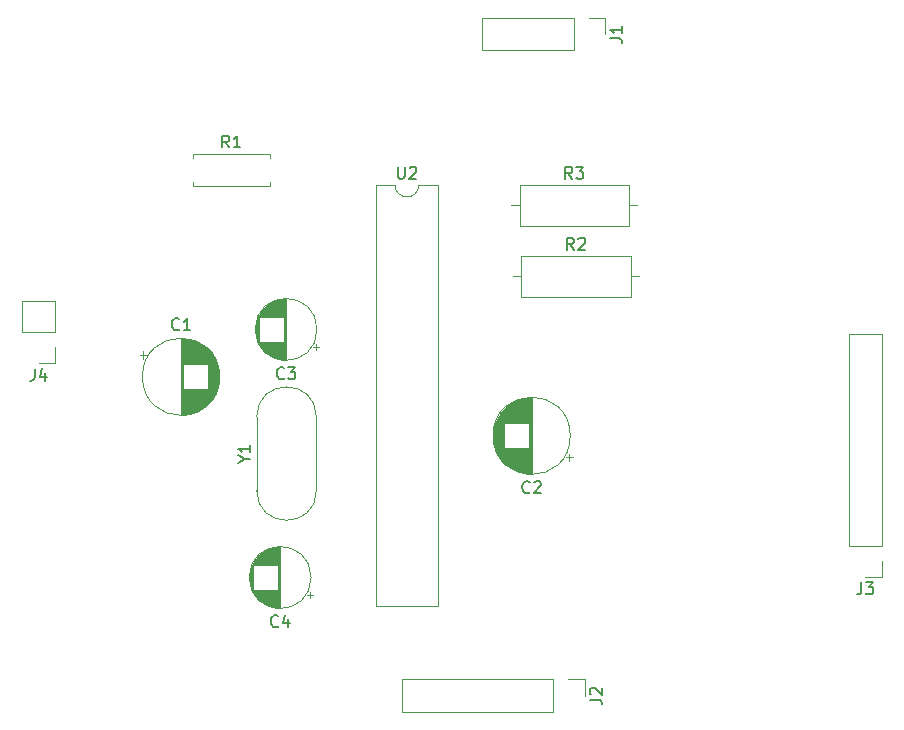
<source format=gbr>
%TF.GenerationSoftware,KiCad,Pcbnew,9.0.1*%
%TF.CreationDate,2025-06-18T06:06:38+01:00*%
%TF.ProjectId,cube_pcb,63756265-5f70-4636-922e-6b696361645f,rev?*%
%TF.SameCoordinates,Original*%
%TF.FileFunction,Legend,Top*%
%TF.FilePolarity,Positive*%
%FSLAX46Y46*%
G04 Gerber Fmt 4.6, Leading zero omitted, Abs format (unit mm)*
G04 Created by KiCad (PCBNEW 9.0.1) date 2025-06-18 06:06:38*
%MOMM*%
%LPD*%
G01*
G04 APERTURE LIST*
%ADD10C,0.150000*%
%ADD11C,0.120000*%
G04 APERTURE END LIST*
D10*
X123400954Y-86459580D02*
X123353335Y-86507200D01*
X123353335Y-86507200D02*
X123210478Y-86554819D01*
X123210478Y-86554819D02*
X123115240Y-86554819D01*
X123115240Y-86554819D02*
X122972383Y-86507200D01*
X122972383Y-86507200D02*
X122877145Y-86411961D01*
X122877145Y-86411961D02*
X122829526Y-86316723D01*
X122829526Y-86316723D02*
X122781907Y-86126247D01*
X122781907Y-86126247D02*
X122781907Y-85983390D01*
X122781907Y-85983390D02*
X122829526Y-85792914D01*
X122829526Y-85792914D02*
X122877145Y-85697676D01*
X122877145Y-85697676D02*
X122972383Y-85602438D01*
X122972383Y-85602438D02*
X123115240Y-85554819D01*
X123115240Y-85554819D02*
X123210478Y-85554819D01*
X123210478Y-85554819D02*
X123353335Y-85602438D01*
X123353335Y-85602438D02*
X123400954Y-85650057D01*
X124353335Y-86554819D02*
X123781907Y-86554819D01*
X124067621Y-86554819D02*
X124067621Y-85554819D01*
X124067621Y-85554819D02*
X123972383Y-85697676D01*
X123972383Y-85697676D02*
X123877145Y-85792914D01*
X123877145Y-85792914D02*
X123781907Y-85840533D01*
X132288446Y-90609580D02*
X132240827Y-90657200D01*
X132240827Y-90657200D02*
X132097970Y-90704819D01*
X132097970Y-90704819D02*
X132002732Y-90704819D01*
X132002732Y-90704819D02*
X131859875Y-90657200D01*
X131859875Y-90657200D02*
X131764637Y-90561961D01*
X131764637Y-90561961D02*
X131717018Y-90466723D01*
X131717018Y-90466723D02*
X131669399Y-90276247D01*
X131669399Y-90276247D02*
X131669399Y-90133390D01*
X131669399Y-90133390D02*
X131717018Y-89942914D01*
X131717018Y-89942914D02*
X131764637Y-89847676D01*
X131764637Y-89847676D02*
X131859875Y-89752438D01*
X131859875Y-89752438D02*
X132002732Y-89704819D01*
X132002732Y-89704819D02*
X132097970Y-89704819D01*
X132097970Y-89704819D02*
X132240827Y-89752438D01*
X132240827Y-89752438D02*
X132288446Y-89800057D01*
X132621780Y-89704819D02*
X133240827Y-89704819D01*
X133240827Y-89704819D02*
X132907494Y-90085771D01*
X132907494Y-90085771D02*
X133050351Y-90085771D01*
X133050351Y-90085771D02*
X133145589Y-90133390D01*
X133145589Y-90133390D02*
X133193208Y-90181009D01*
X133193208Y-90181009D02*
X133240827Y-90276247D01*
X133240827Y-90276247D02*
X133240827Y-90514342D01*
X133240827Y-90514342D02*
X133193208Y-90609580D01*
X133193208Y-90609580D02*
X133145589Y-90657200D01*
X133145589Y-90657200D02*
X133050351Y-90704819D01*
X133050351Y-90704819D02*
X132764637Y-90704819D01*
X132764637Y-90704819D02*
X132669399Y-90657200D01*
X132669399Y-90657200D02*
X132621780Y-90609580D01*
X128953628Y-97486190D02*
X129429819Y-97486190D01*
X128429819Y-97819523D02*
X128953628Y-97486190D01*
X128953628Y-97486190D02*
X128429819Y-97152857D01*
X129429819Y-96295714D02*
X129429819Y-96867142D01*
X129429819Y-96581428D02*
X128429819Y-96581428D01*
X128429819Y-96581428D02*
X128572676Y-96676666D01*
X128572676Y-96676666D02*
X128667914Y-96771904D01*
X128667914Y-96771904D02*
X128715533Y-96867142D01*
X141928095Y-72724819D02*
X141928095Y-73534342D01*
X141928095Y-73534342D02*
X141975714Y-73629580D01*
X141975714Y-73629580D02*
X142023333Y-73677200D01*
X142023333Y-73677200D02*
X142118571Y-73724819D01*
X142118571Y-73724819D02*
X142309047Y-73724819D01*
X142309047Y-73724819D02*
X142404285Y-73677200D01*
X142404285Y-73677200D02*
X142451904Y-73629580D01*
X142451904Y-73629580D02*
X142499523Y-73534342D01*
X142499523Y-73534342D02*
X142499523Y-72724819D01*
X142928095Y-72820057D02*
X142975714Y-72772438D01*
X142975714Y-72772438D02*
X143070952Y-72724819D01*
X143070952Y-72724819D02*
X143309047Y-72724819D01*
X143309047Y-72724819D02*
X143404285Y-72772438D01*
X143404285Y-72772438D02*
X143451904Y-72820057D01*
X143451904Y-72820057D02*
X143499523Y-72915295D01*
X143499523Y-72915295D02*
X143499523Y-73010533D01*
X143499523Y-73010533D02*
X143451904Y-73153390D01*
X143451904Y-73153390D02*
X142880476Y-73724819D01*
X142880476Y-73724819D02*
X143499523Y-73724819D01*
X156683333Y-73734819D02*
X156350000Y-73258628D01*
X156111905Y-73734819D02*
X156111905Y-72734819D01*
X156111905Y-72734819D02*
X156492857Y-72734819D01*
X156492857Y-72734819D02*
X156588095Y-72782438D01*
X156588095Y-72782438D02*
X156635714Y-72830057D01*
X156635714Y-72830057D02*
X156683333Y-72925295D01*
X156683333Y-72925295D02*
X156683333Y-73068152D01*
X156683333Y-73068152D02*
X156635714Y-73163390D01*
X156635714Y-73163390D02*
X156588095Y-73211009D01*
X156588095Y-73211009D02*
X156492857Y-73258628D01*
X156492857Y-73258628D02*
X156111905Y-73258628D01*
X157016667Y-72734819D02*
X157635714Y-72734819D01*
X157635714Y-72734819D02*
X157302381Y-73115771D01*
X157302381Y-73115771D02*
X157445238Y-73115771D01*
X157445238Y-73115771D02*
X157540476Y-73163390D01*
X157540476Y-73163390D02*
X157588095Y-73211009D01*
X157588095Y-73211009D02*
X157635714Y-73306247D01*
X157635714Y-73306247D02*
X157635714Y-73544342D01*
X157635714Y-73544342D02*
X157588095Y-73639580D01*
X157588095Y-73639580D02*
X157540476Y-73687200D01*
X157540476Y-73687200D02*
X157445238Y-73734819D01*
X157445238Y-73734819D02*
X157159524Y-73734819D01*
X157159524Y-73734819D02*
X157064286Y-73687200D01*
X157064286Y-73687200D02*
X157016667Y-73639580D01*
X156833333Y-79734819D02*
X156500000Y-79258628D01*
X156261905Y-79734819D02*
X156261905Y-78734819D01*
X156261905Y-78734819D02*
X156642857Y-78734819D01*
X156642857Y-78734819D02*
X156738095Y-78782438D01*
X156738095Y-78782438D02*
X156785714Y-78830057D01*
X156785714Y-78830057D02*
X156833333Y-78925295D01*
X156833333Y-78925295D02*
X156833333Y-79068152D01*
X156833333Y-79068152D02*
X156785714Y-79163390D01*
X156785714Y-79163390D02*
X156738095Y-79211009D01*
X156738095Y-79211009D02*
X156642857Y-79258628D01*
X156642857Y-79258628D02*
X156261905Y-79258628D01*
X157214286Y-78830057D02*
X157261905Y-78782438D01*
X157261905Y-78782438D02*
X157357143Y-78734819D01*
X157357143Y-78734819D02*
X157595238Y-78734819D01*
X157595238Y-78734819D02*
X157690476Y-78782438D01*
X157690476Y-78782438D02*
X157738095Y-78830057D01*
X157738095Y-78830057D02*
X157785714Y-78925295D01*
X157785714Y-78925295D02*
X157785714Y-79020533D01*
X157785714Y-79020533D02*
X157738095Y-79163390D01*
X157738095Y-79163390D02*
X157166667Y-79734819D01*
X157166667Y-79734819D02*
X157785714Y-79734819D01*
X127643333Y-71084819D02*
X127310000Y-70608628D01*
X127071905Y-71084819D02*
X127071905Y-70084819D01*
X127071905Y-70084819D02*
X127452857Y-70084819D01*
X127452857Y-70084819D02*
X127548095Y-70132438D01*
X127548095Y-70132438D02*
X127595714Y-70180057D01*
X127595714Y-70180057D02*
X127643333Y-70275295D01*
X127643333Y-70275295D02*
X127643333Y-70418152D01*
X127643333Y-70418152D02*
X127595714Y-70513390D01*
X127595714Y-70513390D02*
X127548095Y-70561009D01*
X127548095Y-70561009D02*
X127452857Y-70608628D01*
X127452857Y-70608628D02*
X127071905Y-70608628D01*
X128595714Y-71084819D02*
X128024286Y-71084819D01*
X128310000Y-71084819D02*
X128310000Y-70084819D01*
X128310000Y-70084819D02*
X128214762Y-70227676D01*
X128214762Y-70227676D02*
X128119524Y-70322914D01*
X128119524Y-70322914D02*
X128024286Y-70370533D01*
X111166666Y-89834819D02*
X111166666Y-90549104D01*
X111166666Y-90549104D02*
X111119047Y-90691961D01*
X111119047Y-90691961D02*
X111023809Y-90787200D01*
X111023809Y-90787200D02*
X110880952Y-90834819D01*
X110880952Y-90834819D02*
X110785714Y-90834819D01*
X112071428Y-90168152D02*
X112071428Y-90834819D01*
X111833333Y-89787200D02*
X111595238Y-90501485D01*
X111595238Y-90501485D02*
X112214285Y-90501485D01*
X181166666Y-107914819D02*
X181166666Y-108629104D01*
X181166666Y-108629104D02*
X181119047Y-108771961D01*
X181119047Y-108771961D02*
X181023809Y-108867200D01*
X181023809Y-108867200D02*
X180880952Y-108914819D01*
X180880952Y-108914819D02*
X180785714Y-108914819D01*
X181547619Y-107914819D02*
X182166666Y-107914819D01*
X182166666Y-107914819D02*
X181833333Y-108295771D01*
X181833333Y-108295771D02*
X181976190Y-108295771D01*
X181976190Y-108295771D02*
X182071428Y-108343390D01*
X182071428Y-108343390D02*
X182119047Y-108391009D01*
X182119047Y-108391009D02*
X182166666Y-108486247D01*
X182166666Y-108486247D02*
X182166666Y-108724342D01*
X182166666Y-108724342D02*
X182119047Y-108819580D01*
X182119047Y-108819580D02*
X182071428Y-108867200D01*
X182071428Y-108867200D02*
X181976190Y-108914819D01*
X181976190Y-108914819D02*
X181690476Y-108914819D01*
X181690476Y-108914819D02*
X181595238Y-108867200D01*
X181595238Y-108867200D02*
X181547619Y-108819580D01*
X158184819Y-117833333D02*
X158899104Y-117833333D01*
X158899104Y-117833333D02*
X159041961Y-117880952D01*
X159041961Y-117880952D02*
X159137200Y-117976190D01*
X159137200Y-117976190D02*
X159184819Y-118119047D01*
X159184819Y-118119047D02*
X159184819Y-118214285D01*
X158280057Y-117404761D02*
X158232438Y-117357142D01*
X158232438Y-117357142D02*
X158184819Y-117261904D01*
X158184819Y-117261904D02*
X158184819Y-117023809D01*
X158184819Y-117023809D02*
X158232438Y-116928571D01*
X158232438Y-116928571D02*
X158280057Y-116880952D01*
X158280057Y-116880952D02*
X158375295Y-116833333D01*
X158375295Y-116833333D02*
X158470533Y-116833333D01*
X158470533Y-116833333D02*
X158613390Y-116880952D01*
X158613390Y-116880952D02*
X159184819Y-117452380D01*
X159184819Y-117452380D02*
X159184819Y-116833333D01*
X159914819Y-61833333D02*
X160629104Y-61833333D01*
X160629104Y-61833333D02*
X160771961Y-61880952D01*
X160771961Y-61880952D02*
X160867200Y-61976190D01*
X160867200Y-61976190D02*
X160914819Y-62119047D01*
X160914819Y-62119047D02*
X160914819Y-62214285D01*
X160914819Y-60833333D02*
X160914819Y-61404761D01*
X160914819Y-61119047D02*
X159914819Y-61119047D01*
X159914819Y-61119047D02*
X160057676Y-61214285D01*
X160057676Y-61214285D02*
X160152914Y-61309523D01*
X160152914Y-61309523D02*
X160200533Y-61404761D01*
X131788446Y-111609580D02*
X131740827Y-111657200D01*
X131740827Y-111657200D02*
X131597970Y-111704819D01*
X131597970Y-111704819D02*
X131502732Y-111704819D01*
X131502732Y-111704819D02*
X131359875Y-111657200D01*
X131359875Y-111657200D02*
X131264637Y-111561961D01*
X131264637Y-111561961D02*
X131217018Y-111466723D01*
X131217018Y-111466723D02*
X131169399Y-111276247D01*
X131169399Y-111276247D02*
X131169399Y-111133390D01*
X131169399Y-111133390D02*
X131217018Y-110942914D01*
X131217018Y-110942914D02*
X131264637Y-110847676D01*
X131264637Y-110847676D02*
X131359875Y-110752438D01*
X131359875Y-110752438D02*
X131502732Y-110704819D01*
X131502732Y-110704819D02*
X131597970Y-110704819D01*
X131597970Y-110704819D02*
X131740827Y-110752438D01*
X131740827Y-110752438D02*
X131788446Y-110800057D01*
X132645589Y-111038152D02*
X132645589Y-111704819D01*
X132407494Y-110657200D02*
X132169399Y-111371485D01*
X132169399Y-111371485D02*
X132788446Y-111371485D01*
X153083333Y-100259580D02*
X153035714Y-100307200D01*
X153035714Y-100307200D02*
X152892857Y-100354819D01*
X152892857Y-100354819D02*
X152797619Y-100354819D01*
X152797619Y-100354819D02*
X152654762Y-100307200D01*
X152654762Y-100307200D02*
X152559524Y-100211961D01*
X152559524Y-100211961D02*
X152511905Y-100116723D01*
X152511905Y-100116723D02*
X152464286Y-99926247D01*
X152464286Y-99926247D02*
X152464286Y-99783390D01*
X152464286Y-99783390D02*
X152511905Y-99592914D01*
X152511905Y-99592914D02*
X152559524Y-99497676D01*
X152559524Y-99497676D02*
X152654762Y-99402438D01*
X152654762Y-99402438D02*
X152797619Y-99354819D01*
X152797619Y-99354819D02*
X152892857Y-99354819D01*
X152892857Y-99354819D02*
X153035714Y-99402438D01*
X153035714Y-99402438D02*
X153083333Y-99450057D01*
X153464286Y-99450057D02*
X153511905Y-99402438D01*
X153511905Y-99402438D02*
X153607143Y-99354819D01*
X153607143Y-99354819D02*
X153845238Y-99354819D01*
X153845238Y-99354819D02*
X153940476Y-99402438D01*
X153940476Y-99402438D02*
X153988095Y-99450057D01*
X153988095Y-99450057D02*
X154035714Y-99545295D01*
X154035714Y-99545295D02*
X154035714Y-99640533D01*
X154035714Y-99640533D02*
X153988095Y-99783390D01*
X153988095Y-99783390D02*
X153416667Y-100354819D01*
X153416667Y-100354819D02*
X154035714Y-100354819D01*
D11*
%TO.C,C1*%
X126837621Y-90500000D02*
G75*
G02*
X120297621Y-90500000I-3270000J0D01*
G01*
X120297621Y-90500000D02*
G75*
G02*
X126837621Y-90500000I3270000J0D01*
G01*
X126807621Y-90098000D02*
X126807621Y-90902000D01*
X126767621Y-89867000D02*
X126767621Y-91133000D01*
X126727621Y-89699000D02*
X126727621Y-91301000D01*
X126687621Y-89561000D02*
X126687621Y-91439000D01*
X126647621Y-89442000D02*
X126647621Y-91558000D01*
X126607621Y-89335000D02*
X126607621Y-91665000D01*
X126567621Y-89239000D02*
X126567621Y-91761000D01*
X126527621Y-89150000D02*
X126527621Y-91850000D01*
X126487621Y-89068000D02*
X126487621Y-91932000D01*
X126447621Y-88991000D02*
X126447621Y-92009000D01*
X126407621Y-88919000D02*
X126407621Y-92081000D01*
X126367621Y-88851000D02*
X126367621Y-92149000D01*
X126327621Y-88786000D02*
X126327621Y-92214000D01*
X126287621Y-88725000D02*
X126287621Y-92275000D01*
X126247621Y-88666000D02*
X126247621Y-92334000D01*
X126207621Y-88610000D02*
X126207621Y-92390000D01*
X126167621Y-88557000D02*
X126167621Y-92443000D01*
X126127621Y-88505000D02*
X126127621Y-92495000D01*
X126087621Y-88456000D02*
X126087621Y-92544000D01*
X126047621Y-88409000D02*
X126047621Y-92591000D01*
X126007621Y-88363000D02*
X126007621Y-92637000D01*
X125967621Y-88319000D02*
X125967621Y-92681000D01*
X125927621Y-88277000D02*
X125927621Y-92723000D01*
X125887621Y-88236000D02*
X125887621Y-92764000D01*
X125847621Y-91540000D02*
X125847621Y-92804000D01*
X125847621Y-88196000D02*
X125847621Y-89460000D01*
X125807621Y-91540000D02*
X125807621Y-92842000D01*
X125807621Y-88158000D02*
X125807621Y-89460000D01*
X125767621Y-91540000D02*
X125767621Y-92879000D01*
X125767621Y-88121000D02*
X125767621Y-89460000D01*
X125727621Y-91540000D02*
X125727621Y-92915000D01*
X125727621Y-88085000D02*
X125727621Y-89460000D01*
X125687621Y-91540000D02*
X125687621Y-92950000D01*
X125687621Y-88050000D02*
X125687621Y-89460000D01*
X125647621Y-91540000D02*
X125647621Y-92983000D01*
X125647621Y-88017000D02*
X125647621Y-89460000D01*
X125607621Y-91540000D02*
X125607621Y-93016000D01*
X125607621Y-87984000D02*
X125607621Y-89460000D01*
X125567621Y-91540000D02*
X125567621Y-93047000D01*
X125567621Y-87953000D02*
X125567621Y-89460000D01*
X125527621Y-91540000D02*
X125527621Y-93077000D01*
X125527621Y-87923000D02*
X125527621Y-89460000D01*
X125487621Y-91540000D02*
X125487621Y-93107000D01*
X125487621Y-87893000D02*
X125487621Y-89460000D01*
X125447621Y-91540000D02*
X125447621Y-93136000D01*
X125447621Y-87864000D02*
X125447621Y-89460000D01*
X125407621Y-91540000D02*
X125407621Y-93163000D01*
X125407621Y-87837000D02*
X125407621Y-89460000D01*
X125367621Y-91540000D02*
X125367621Y-93190000D01*
X125367621Y-87810000D02*
X125367621Y-89460000D01*
X125327621Y-91540000D02*
X125327621Y-93216000D01*
X125327621Y-87784000D02*
X125327621Y-89460000D01*
X125287621Y-91540000D02*
X125287621Y-93241000D01*
X125287621Y-87759000D02*
X125287621Y-89460000D01*
X125247621Y-91540000D02*
X125247621Y-93265000D01*
X125247621Y-87735000D02*
X125247621Y-89460000D01*
X125207621Y-91540000D02*
X125207621Y-93289000D01*
X125207621Y-87711000D02*
X125207621Y-89460000D01*
X125167621Y-91540000D02*
X125167621Y-93312000D01*
X125167621Y-87688000D02*
X125167621Y-89460000D01*
X125127621Y-91540000D02*
X125127621Y-93334000D01*
X125127621Y-87666000D02*
X125127621Y-89460000D01*
X125087621Y-91540000D02*
X125087621Y-93355000D01*
X125087621Y-87645000D02*
X125087621Y-89460000D01*
X125047621Y-91540000D02*
X125047621Y-93376000D01*
X125047621Y-87624000D02*
X125047621Y-89460000D01*
X125007621Y-91540000D02*
X125007621Y-93396000D01*
X125007621Y-87604000D02*
X125007621Y-89460000D01*
X124967621Y-91540000D02*
X124967621Y-93415000D01*
X124967621Y-87585000D02*
X124967621Y-89460000D01*
X124927621Y-91540000D02*
X124927621Y-93434000D01*
X124927621Y-87566000D02*
X124927621Y-89460000D01*
X124887621Y-91540000D02*
X124887621Y-93452000D01*
X124887621Y-87548000D02*
X124887621Y-89460000D01*
X124847621Y-91540000D02*
X124847621Y-93469000D01*
X124847621Y-87531000D02*
X124847621Y-89460000D01*
X124807621Y-91540000D02*
X124807621Y-93486000D01*
X124807621Y-87514000D02*
X124807621Y-89460000D01*
X124767621Y-91540000D02*
X124767621Y-93502000D01*
X124767621Y-87498000D02*
X124767621Y-89460000D01*
X124727621Y-91540000D02*
X124727621Y-93517000D01*
X124727621Y-87483000D02*
X124727621Y-89460000D01*
X124687621Y-91540000D02*
X124687621Y-93532000D01*
X124687621Y-87468000D02*
X124687621Y-89460000D01*
X124647621Y-91540000D02*
X124647621Y-93547000D01*
X124647621Y-87453000D02*
X124647621Y-89460000D01*
X124607621Y-91540000D02*
X124607621Y-93560000D01*
X124607621Y-87440000D02*
X124607621Y-89460000D01*
X124567621Y-91540000D02*
X124567621Y-93573000D01*
X124567621Y-87427000D02*
X124567621Y-89460000D01*
X124527621Y-91540000D02*
X124527621Y-93586000D01*
X124527621Y-87414000D02*
X124527621Y-89460000D01*
X124487621Y-91540000D02*
X124487621Y-93598000D01*
X124487621Y-87402000D02*
X124487621Y-89460000D01*
X124447621Y-91540000D02*
X124447621Y-93609000D01*
X124447621Y-87391000D02*
X124447621Y-89460000D01*
X124407621Y-91540000D02*
X124407621Y-93620000D01*
X124407621Y-87380000D02*
X124407621Y-89460000D01*
X124367621Y-91540000D02*
X124367621Y-93631000D01*
X124367621Y-87369000D02*
X124367621Y-89460000D01*
X124327621Y-91540000D02*
X124327621Y-93640000D01*
X124327621Y-87360000D02*
X124327621Y-89460000D01*
X124287621Y-91540000D02*
X124287621Y-93650000D01*
X124287621Y-87350000D02*
X124287621Y-89460000D01*
X124247621Y-91540000D02*
X124247621Y-93659000D01*
X124247621Y-87341000D02*
X124247621Y-89460000D01*
X124207621Y-91540000D02*
X124207621Y-93667000D01*
X124207621Y-87333000D02*
X124207621Y-89460000D01*
X124167621Y-91540000D02*
X124167621Y-93674000D01*
X124167621Y-87326000D02*
X124167621Y-89460000D01*
X124127621Y-91540000D02*
X124127621Y-93682000D01*
X124127621Y-87318000D02*
X124127621Y-89460000D01*
X124087621Y-91540000D02*
X124087621Y-93688000D01*
X124087621Y-87312000D02*
X124087621Y-89460000D01*
X124047621Y-91540000D02*
X124047621Y-93695000D01*
X124047621Y-87305000D02*
X124047621Y-89460000D01*
X124007621Y-91540000D02*
X124007621Y-93700000D01*
X124007621Y-87300000D02*
X124007621Y-89460000D01*
X123967621Y-91540000D02*
X123967621Y-93705000D01*
X123967621Y-87295000D02*
X123967621Y-89460000D01*
X123927621Y-91540000D02*
X123927621Y-93710000D01*
X123927621Y-87290000D02*
X123927621Y-89460000D01*
X123887621Y-91540000D02*
X123887621Y-93714000D01*
X123887621Y-87286000D02*
X123887621Y-89460000D01*
X123847621Y-91540000D02*
X123847621Y-93718000D01*
X123847621Y-87282000D02*
X123847621Y-89460000D01*
X123807621Y-91540000D02*
X123807621Y-93721000D01*
X123807621Y-87279000D02*
X123807621Y-89460000D01*
X123767621Y-87276000D02*
X123767621Y-93724000D01*
X123727621Y-87274000D02*
X123727621Y-93726000D01*
X123687621Y-87272000D02*
X123687621Y-93728000D01*
X123647621Y-87271000D02*
X123647621Y-93729000D01*
X123607621Y-87270000D02*
X123607621Y-93730000D01*
X123567621Y-87270000D02*
X123567621Y-93730000D01*
X120382380Y-88346000D02*
X120382380Y-88976000D01*
X120067380Y-88661000D02*
X120697380Y-88661000D01*
%TO.C,C3*%
X135075113Y-86500000D02*
G75*
G02*
X129835113Y-86500000I-2620000J0D01*
G01*
X129835113Y-86500000D02*
G75*
G02*
X135075113Y-86500000I2620000J0D01*
G01*
X129855113Y-86783000D02*
X129855113Y-86217000D01*
X129895113Y-87017000D02*
X129895113Y-85983000D01*
X129935113Y-87177000D02*
X129935113Y-85823000D01*
X129975113Y-87305000D02*
X129975113Y-85695000D01*
X130015113Y-87414000D02*
X130015113Y-85586000D01*
X130055113Y-87511000D02*
X130055113Y-85489000D01*
X130095113Y-87598000D02*
X130095113Y-85402000D01*
X130135113Y-87677000D02*
X130135113Y-85323000D01*
X130175113Y-85460000D02*
X130175113Y-85249000D01*
X130175113Y-87751000D02*
X130175113Y-87540000D01*
X130215113Y-85460000D02*
X130215113Y-85181000D01*
X130215113Y-87819000D02*
X130215113Y-87540000D01*
X130255113Y-85460000D02*
X130255113Y-85117000D01*
X130255113Y-87883000D02*
X130255113Y-87540000D01*
X130295113Y-85460000D02*
X130295113Y-85057000D01*
X130295113Y-87943000D02*
X130295113Y-87540000D01*
X130335113Y-85460000D02*
X130335113Y-85001000D01*
X130335113Y-87999000D02*
X130335113Y-87540000D01*
X130375113Y-85460000D02*
X130375113Y-84947000D01*
X130375113Y-88053000D02*
X130375113Y-87540000D01*
X130415113Y-85460000D02*
X130415113Y-84896000D01*
X130415113Y-88104000D02*
X130415113Y-87540000D01*
X130455113Y-85460000D02*
X130455113Y-84848000D01*
X130455113Y-88152000D02*
X130455113Y-87540000D01*
X130495113Y-85460000D02*
X130495113Y-84801000D01*
X130495113Y-88199000D02*
X130495113Y-87540000D01*
X130535113Y-85460000D02*
X130535113Y-84757000D01*
X130535113Y-88243000D02*
X130535113Y-87540000D01*
X130575113Y-85460000D02*
X130575113Y-84715000D01*
X130575113Y-88285000D02*
X130575113Y-87540000D01*
X130615113Y-85460000D02*
X130615113Y-84675000D01*
X130615113Y-88325000D02*
X130615113Y-87540000D01*
X130655113Y-85460000D02*
X130655113Y-84636000D01*
X130655113Y-88364000D02*
X130655113Y-87540000D01*
X130695113Y-85460000D02*
X130695113Y-84599000D01*
X130695113Y-88401000D02*
X130695113Y-87540000D01*
X130735113Y-85460000D02*
X130735113Y-84564000D01*
X130735113Y-88436000D02*
X130735113Y-87540000D01*
X130775113Y-85460000D02*
X130775113Y-84530000D01*
X130775113Y-88470000D02*
X130775113Y-87540000D01*
X130815113Y-85460000D02*
X130815113Y-84497000D01*
X130815113Y-88503000D02*
X130815113Y-87540000D01*
X130855113Y-85460000D02*
X130855113Y-84465000D01*
X130855113Y-88535000D02*
X130855113Y-87540000D01*
X130895113Y-85460000D02*
X130895113Y-84435000D01*
X130895113Y-88565000D02*
X130895113Y-87540000D01*
X130935113Y-85460000D02*
X130935113Y-84406000D01*
X130935113Y-88594000D02*
X130935113Y-87540000D01*
X130975113Y-85460000D02*
X130975113Y-84378000D01*
X130975113Y-88622000D02*
X130975113Y-87540000D01*
X131015113Y-85460000D02*
X131015113Y-84351000D01*
X131015113Y-88649000D02*
X131015113Y-87540000D01*
X131055113Y-85460000D02*
X131055113Y-84325000D01*
X131055113Y-88675000D02*
X131055113Y-87540000D01*
X131095113Y-85460000D02*
X131095113Y-84301000D01*
X131095113Y-88699000D02*
X131095113Y-87540000D01*
X131135113Y-85460000D02*
X131135113Y-84277000D01*
X131135113Y-88723000D02*
X131135113Y-87540000D01*
X131175113Y-85460000D02*
X131175113Y-84254000D01*
X131175113Y-88746000D02*
X131175113Y-87540000D01*
X131215113Y-85460000D02*
X131215113Y-84232000D01*
X131215113Y-88768000D02*
X131215113Y-87540000D01*
X131255113Y-85460000D02*
X131255113Y-84211000D01*
X131255113Y-88789000D02*
X131255113Y-87540000D01*
X131295113Y-85460000D02*
X131295113Y-84191000D01*
X131295113Y-88809000D02*
X131295113Y-87540000D01*
X131335113Y-85460000D02*
X131335113Y-84171000D01*
X131335113Y-88829000D02*
X131335113Y-87540000D01*
X131375113Y-85460000D02*
X131375113Y-84153000D01*
X131375113Y-88847000D02*
X131375113Y-87540000D01*
X131415113Y-85460000D02*
X131415113Y-84135000D01*
X131415113Y-88865000D02*
X131415113Y-87540000D01*
X131455113Y-85460000D02*
X131455113Y-84118000D01*
X131455113Y-88882000D02*
X131455113Y-87540000D01*
X131495113Y-85460000D02*
X131495113Y-84102000D01*
X131495113Y-88898000D02*
X131495113Y-87540000D01*
X131535113Y-85460000D02*
X131535113Y-84087000D01*
X131535113Y-88913000D02*
X131535113Y-87540000D01*
X131575113Y-85460000D02*
X131575113Y-84072000D01*
X131575113Y-88928000D02*
X131575113Y-87540000D01*
X131615113Y-85460000D02*
X131615113Y-84058000D01*
X131615113Y-88942000D02*
X131615113Y-87540000D01*
X131655113Y-85460000D02*
X131655113Y-84045000D01*
X131655113Y-88955000D02*
X131655113Y-87540000D01*
X131695113Y-85460000D02*
X131695113Y-84033000D01*
X131695113Y-88967000D02*
X131695113Y-87540000D01*
X131735113Y-85460000D02*
X131735113Y-84021000D01*
X131735113Y-88979000D02*
X131735113Y-87540000D01*
X131775113Y-85460000D02*
X131775113Y-84010000D01*
X131775113Y-88990000D02*
X131775113Y-87540000D01*
X131815113Y-85460000D02*
X131815113Y-83999000D01*
X131815113Y-89001000D02*
X131815113Y-87540000D01*
X131855113Y-85460000D02*
X131855113Y-83990000D01*
X131855113Y-89010000D02*
X131855113Y-87540000D01*
X131895113Y-85460000D02*
X131895113Y-83981000D01*
X131895113Y-89019000D02*
X131895113Y-87540000D01*
X131935113Y-85460000D02*
X131935113Y-83972000D01*
X131935113Y-89028000D02*
X131935113Y-87540000D01*
X131975113Y-85460000D02*
X131975113Y-83964000D01*
X131975113Y-89036000D02*
X131975113Y-87540000D01*
X132015113Y-85460000D02*
X132015113Y-83957000D01*
X132015113Y-89043000D02*
X132015113Y-87540000D01*
X132055113Y-85460000D02*
X132055113Y-83951000D01*
X132055113Y-89049000D02*
X132055113Y-87540000D01*
X132095113Y-85460000D02*
X132095113Y-83945000D01*
X132095113Y-89055000D02*
X132095113Y-87540000D01*
X132135113Y-85460000D02*
X132135113Y-83940000D01*
X132135113Y-89060000D02*
X132135113Y-87540000D01*
X132175113Y-85460000D02*
X132175113Y-83935000D01*
X132175113Y-89065000D02*
X132175113Y-87540000D01*
X132215113Y-85460000D02*
X132215113Y-83931000D01*
X132215113Y-89069000D02*
X132215113Y-87540000D01*
X132255113Y-89072000D02*
X132255113Y-83928000D01*
X132295113Y-89075000D02*
X132295113Y-83925000D01*
X132335113Y-89077000D02*
X132335113Y-83923000D01*
X132375113Y-89079000D02*
X132375113Y-83921000D01*
X132415113Y-89080000D02*
X132415113Y-83920000D01*
X132455113Y-89080000D02*
X132455113Y-83920000D01*
X135009888Y-88225000D02*
X135009888Y-87725000D01*
X135259888Y-87975000D02*
X134759888Y-87975000D01*
%TO.C,Y1*%
X129975000Y-100135000D02*
X129975000Y-93885000D01*
X135025000Y-100135000D02*
X135025000Y-93885000D01*
X135025000Y-100135000D02*
G75*
G02*
X129975000Y-100135000I-2525000J0D01*
G01*
X129975000Y-93885000D02*
G75*
G02*
X135025000Y-93885000I2525000J0D01*
G01*
%TO.C,U2*%
X140040000Y-74270000D02*
X140040000Y-109950000D01*
X140040000Y-109950000D02*
X145340000Y-109950000D01*
X141690000Y-74270000D02*
X140040000Y-74270000D01*
X145340000Y-74270000D02*
X143690000Y-74270000D01*
X145340000Y-109950000D02*
X145340000Y-74270000D01*
X143690000Y-74270000D02*
G75*
G02*
X141690000Y-74270000I-1000000J0D01*
G01*
%TO.C,R3*%
X151540000Y-76000000D02*
X152230000Y-76000000D01*
X152230000Y-74280000D02*
X152230000Y-77720000D01*
X152230000Y-77720000D02*
X161470000Y-77720000D01*
X161470000Y-74280000D02*
X152230000Y-74280000D01*
X161470000Y-77720000D02*
X161470000Y-74280000D01*
X162160000Y-76000000D02*
X161470000Y-76000000D01*
%TO.C,R2*%
X151690000Y-82000000D02*
X152380000Y-82000000D01*
X152380000Y-80280000D02*
X152380000Y-83720000D01*
X152380000Y-83720000D02*
X161620000Y-83720000D01*
X161620000Y-80280000D02*
X152380000Y-80280000D01*
X161620000Y-83720000D02*
X161620000Y-80280000D01*
X162310000Y-82000000D02*
X161620000Y-82000000D01*
%TO.C,R1*%
X124540000Y-71630000D02*
X131080000Y-71630000D01*
X124540000Y-71960000D02*
X124540000Y-71630000D01*
X124540000Y-74040000D02*
X124540000Y-74370000D01*
X124540000Y-74370000D02*
X131080000Y-74370000D01*
X131080000Y-71630000D02*
X131080000Y-71960000D01*
X131080000Y-74370000D02*
X131080000Y-74040000D01*
%TO.C,J4*%
X112880000Y-89380000D02*
X111500000Y-89380000D01*
X112880000Y-88000000D02*
X112880000Y-89380000D01*
X112880000Y-86730000D02*
X112880000Y-84080000D01*
X112880000Y-86730000D02*
X110120000Y-86730000D01*
X112880000Y-84080000D02*
X110120000Y-84080000D01*
X110120000Y-86730000D02*
X110120000Y-84080000D01*
%TO.C,J3*%
X182880000Y-107460000D02*
X181500000Y-107460000D01*
X182880000Y-106080000D02*
X182880000Y-107460000D01*
X182880000Y-104810000D02*
X182880000Y-86920000D01*
X182880000Y-104810000D02*
X180120000Y-104810000D01*
X182880000Y-86920000D02*
X180120000Y-86920000D01*
X180120000Y-104810000D02*
X180120000Y-86920000D01*
%TO.C,J2*%
X157730000Y-116120000D02*
X157730000Y-117500000D01*
X156350000Y-116120000D02*
X157730000Y-116120000D01*
X155080000Y-116120000D02*
X142270000Y-116120000D01*
X155080000Y-116120000D02*
X155080000Y-118880000D01*
X142270000Y-116120000D02*
X142270000Y-118880000D01*
X155080000Y-118880000D02*
X142270000Y-118880000D01*
%TO.C,J1*%
X159460000Y-60120000D02*
X159460000Y-61500000D01*
X158080000Y-60120000D02*
X159460000Y-60120000D01*
X156810000Y-60120000D02*
X149080000Y-60120000D01*
X156810000Y-60120000D02*
X156810000Y-62880000D01*
X149080000Y-60120000D02*
X149080000Y-62880000D01*
X156810000Y-62880000D02*
X149080000Y-62880000D01*
%TO.C,C4*%
X134759888Y-108975000D02*
X134259888Y-108975000D01*
X134509888Y-109225000D02*
X134509888Y-108725000D01*
X131955113Y-110080000D02*
X131955113Y-104920000D01*
X131915113Y-110080000D02*
X131915113Y-104920000D01*
X131875113Y-110079000D02*
X131875113Y-104921000D01*
X131835113Y-110077000D02*
X131835113Y-104923000D01*
X131795113Y-110075000D02*
X131795113Y-104925000D01*
X131755113Y-110072000D02*
X131755113Y-104928000D01*
X131715113Y-110069000D02*
X131715113Y-108540000D01*
X131715113Y-106460000D02*
X131715113Y-104931000D01*
X131675113Y-110065000D02*
X131675113Y-108540000D01*
X131675113Y-106460000D02*
X131675113Y-104935000D01*
X131635113Y-110060000D02*
X131635113Y-108540000D01*
X131635113Y-106460000D02*
X131635113Y-104940000D01*
X131595113Y-110055000D02*
X131595113Y-108540000D01*
X131595113Y-106460000D02*
X131595113Y-104945000D01*
X131555113Y-110049000D02*
X131555113Y-108540000D01*
X131555113Y-106460000D02*
X131555113Y-104951000D01*
X131515113Y-110043000D02*
X131515113Y-108540000D01*
X131515113Y-106460000D02*
X131515113Y-104957000D01*
X131475113Y-110036000D02*
X131475113Y-108540000D01*
X131475113Y-106460000D02*
X131475113Y-104964000D01*
X131435113Y-110028000D02*
X131435113Y-108540000D01*
X131435113Y-106460000D02*
X131435113Y-104972000D01*
X131395113Y-110019000D02*
X131395113Y-108540000D01*
X131395113Y-106460000D02*
X131395113Y-104981000D01*
X131355113Y-110010000D02*
X131355113Y-108540000D01*
X131355113Y-106460000D02*
X131355113Y-104990000D01*
X131315113Y-110001000D02*
X131315113Y-108540000D01*
X131315113Y-106460000D02*
X131315113Y-104999000D01*
X131275113Y-109990000D02*
X131275113Y-108540000D01*
X131275113Y-106460000D02*
X131275113Y-105010000D01*
X131235113Y-109979000D02*
X131235113Y-108540000D01*
X131235113Y-106460000D02*
X131235113Y-105021000D01*
X131195113Y-109967000D02*
X131195113Y-108540000D01*
X131195113Y-106460000D02*
X131195113Y-105033000D01*
X131155113Y-109955000D02*
X131155113Y-108540000D01*
X131155113Y-106460000D02*
X131155113Y-105045000D01*
X131115113Y-109942000D02*
X131115113Y-108540000D01*
X131115113Y-106460000D02*
X131115113Y-105058000D01*
X131075113Y-109928000D02*
X131075113Y-108540000D01*
X131075113Y-106460000D02*
X131075113Y-105072000D01*
X131035113Y-109913000D02*
X131035113Y-108540000D01*
X131035113Y-106460000D02*
X131035113Y-105087000D01*
X130995113Y-109898000D02*
X130995113Y-108540000D01*
X130995113Y-106460000D02*
X130995113Y-105102000D01*
X130955113Y-109882000D02*
X130955113Y-108540000D01*
X130955113Y-106460000D02*
X130955113Y-105118000D01*
X130915113Y-109865000D02*
X130915113Y-108540000D01*
X130915113Y-106460000D02*
X130915113Y-105135000D01*
X130875113Y-109847000D02*
X130875113Y-108540000D01*
X130875113Y-106460000D02*
X130875113Y-105153000D01*
X130835113Y-109829000D02*
X130835113Y-108540000D01*
X130835113Y-106460000D02*
X130835113Y-105171000D01*
X130795113Y-109809000D02*
X130795113Y-108540000D01*
X130795113Y-106460000D02*
X130795113Y-105191000D01*
X130755113Y-109789000D02*
X130755113Y-108540000D01*
X130755113Y-106460000D02*
X130755113Y-105211000D01*
X130715113Y-109768000D02*
X130715113Y-108540000D01*
X130715113Y-106460000D02*
X130715113Y-105232000D01*
X130675113Y-109746000D02*
X130675113Y-108540000D01*
X130675113Y-106460000D02*
X130675113Y-105254000D01*
X130635113Y-109723000D02*
X130635113Y-108540000D01*
X130635113Y-106460000D02*
X130635113Y-105277000D01*
X130595113Y-109699000D02*
X130595113Y-108540000D01*
X130595113Y-106460000D02*
X130595113Y-105301000D01*
X130555113Y-109675000D02*
X130555113Y-108540000D01*
X130555113Y-106460000D02*
X130555113Y-105325000D01*
X130515113Y-109649000D02*
X130515113Y-108540000D01*
X130515113Y-106460000D02*
X130515113Y-105351000D01*
X130475113Y-109622000D02*
X130475113Y-108540000D01*
X130475113Y-106460000D02*
X130475113Y-105378000D01*
X130435113Y-109594000D02*
X130435113Y-108540000D01*
X130435113Y-106460000D02*
X130435113Y-105406000D01*
X130395113Y-109565000D02*
X130395113Y-108540000D01*
X130395113Y-106460000D02*
X130395113Y-105435000D01*
X130355113Y-109535000D02*
X130355113Y-108540000D01*
X130355113Y-106460000D02*
X130355113Y-105465000D01*
X130315113Y-109503000D02*
X130315113Y-108540000D01*
X130315113Y-106460000D02*
X130315113Y-105497000D01*
X130275113Y-109470000D02*
X130275113Y-108540000D01*
X130275113Y-106460000D02*
X130275113Y-105530000D01*
X130235113Y-109436000D02*
X130235113Y-108540000D01*
X130235113Y-106460000D02*
X130235113Y-105564000D01*
X130195113Y-109401000D02*
X130195113Y-108540000D01*
X130195113Y-106460000D02*
X130195113Y-105599000D01*
X130155113Y-109364000D02*
X130155113Y-108540000D01*
X130155113Y-106460000D02*
X130155113Y-105636000D01*
X130115113Y-109325000D02*
X130115113Y-108540000D01*
X130115113Y-106460000D02*
X130115113Y-105675000D01*
X130075113Y-109285000D02*
X130075113Y-108540000D01*
X130075113Y-106460000D02*
X130075113Y-105715000D01*
X130035113Y-109243000D02*
X130035113Y-108540000D01*
X130035113Y-106460000D02*
X130035113Y-105757000D01*
X129995113Y-109199000D02*
X129995113Y-108540000D01*
X129995113Y-106460000D02*
X129995113Y-105801000D01*
X129955113Y-109152000D02*
X129955113Y-108540000D01*
X129955113Y-106460000D02*
X129955113Y-105848000D01*
X129915113Y-109104000D02*
X129915113Y-108540000D01*
X129915113Y-106460000D02*
X129915113Y-105896000D01*
X129875113Y-109053000D02*
X129875113Y-108540000D01*
X129875113Y-106460000D02*
X129875113Y-105947000D01*
X129835113Y-108999000D02*
X129835113Y-108540000D01*
X129835113Y-106460000D02*
X129835113Y-106001000D01*
X129795113Y-108943000D02*
X129795113Y-108540000D01*
X129795113Y-106460000D02*
X129795113Y-106057000D01*
X129755113Y-108883000D02*
X129755113Y-108540000D01*
X129755113Y-106460000D02*
X129755113Y-106117000D01*
X129715113Y-108819000D02*
X129715113Y-108540000D01*
X129715113Y-106460000D02*
X129715113Y-106181000D01*
X129675113Y-108751000D02*
X129675113Y-108540000D01*
X129675113Y-106460000D02*
X129675113Y-106249000D01*
X129635113Y-108677000D02*
X129635113Y-106323000D01*
X129595113Y-108598000D02*
X129595113Y-106402000D01*
X129555113Y-108511000D02*
X129555113Y-106489000D01*
X129515113Y-108414000D02*
X129515113Y-106586000D01*
X129475113Y-108305000D02*
X129475113Y-106695000D01*
X129435113Y-108177000D02*
X129435113Y-106823000D01*
X129395113Y-108017000D02*
X129395113Y-106983000D01*
X129355113Y-107783000D02*
X129355113Y-107217000D01*
X134575113Y-107500000D02*
G75*
G02*
X129335113Y-107500000I-2620000J0D01*
G01*
X129335113Y-107500000D02*
G75*
G02*
X134575113Y-107500000I2620000J0D01*
G01*
%TO.C,C2*%
X156750241Y-97339000D02*
X156120241Y-97339000D01*
X156435241Y-97654000D02*
X156435241Y-97024000D01*
X153250000Y-98730000D02*
X153250000Y-92270000D01*
X153210000Y-98730000D02*
X153210000Y-92270000D01*
X153170000Y-98729000D02*
X153170000Y-92271000D01*
X153130000Y-98728000D02*
X153130000Y-92272000D01*
X153090000Y-98726000D02*
X153090000Y-92274000D01*
X153050000Y-98724000D02*
X153050000Y-92276000D01*
X153010000Y-98721000D02*
X153010000Y-96540000D01*
X153010000Y-94460000D02*
X153010000Y-92279000D01*
X152970000Y-98718000D02*
X152970000Y-96540000D01*
X152970000Y-94460000D02*
X152970000Y-92282000D01*
X152930000Y-98714000D02*
X152930000Y-96540000D01*
X152930000Y-94460000D02*
X152930000Y-92286000D01*
X152890000Y-98710000D02*
X152890000Y-96540000D01*
X152890000Y-94460000D02*
X152890000Y-92290000D01*
X152850000Y-98705000D02*
X152850000Y-96540000D01*
X152850000Y-94460000D02*
X152850000Y-92295000D01*
X152810000Y-98700000D02*
X152810000Y-96540000D01*
X152810000Y-94460000D02*
X152810000Y-92300000D01*
X152770000Y-98695000D02*
X152770000Y-96540000D01*
X152770000Y-94460000D02*
X152770000Y-92305000D01*
X152730000Y-98688000D02*
X152730000Y-96540000D01*
X152730000Y-94460000D02*
X152730000Y-92312000D01*
X152690000Y-98682000D02*
X152690000Y-96540000D01*
X152690000Y-94460000D02*
X152690000Y-92318000D01*
X152650000Y-98674000D02*
X152650000Y-96540000D01*
X152650000Y-94460000D02*
X152650000Y-92326000D01*
X152610000Y-98667000D02*
X152610000Y-96540000D01*
X152610000Y-94460000D02*
X152610000Y-92333000D01*
X152570000Y-98659000D02*
X152570000Y-96540000D01*
X152570000Y-94460000D02*
X152570000Y-92341000D01*
X152530000Y-98650000D02*
X152530000Y-96540000D01*
X152530000Y-94460000D02*
X152530000Y-92350000D01*
X152490000Y-98640000D02*
X152490000Y-96540000D01*
X152490000Y-94460000D02*
X152490000Y-92360000D01*
X152450000Y-98631000D02*
X152450000Y-96540000D01*
X152450000Y-94460000D02*
X152450000Y-92369000D01*
X152410000Y-98620000D02*
X152410000Y-96540000D01*
X152410000Y-94460000D02*
X152410000Y-92380000D01*
X152370000Y-98609000D02*
X152370000Y-96540000D01*
X152370000Y-94460000D02*
X152370000Y-92391000D01*
X152330000Y-98598000D02*
X152330000Y-96540000D01*
X152330000Y-94460000D02*
X152330000Y-92402000D01*
X152290000Y-98586000D02*
X152290000Y-96540000D01*
X152290000Y-94460000D02*
X152290000Y-92414000D01*
X152250000Y-98573000D02*
X152250000Y-96540000D01*
X152250000Y-94460000D02*
X152250000Y-92427000D01*
X152210000Y-98560000D02*
X152210000Y-96540000D01*
X152210000Y-94460000D02*
X152210000Y-92440000D01*
X152170000Y-98547000D02*
X152170000Y-96540000D01*
X152170000Y-94460000D02*
X152170000Y-92453000D01*
X152130000Y-98532000D02*
X152130000Y-96540000D01*
X152130000Y-94460000D02*
X152130000Y-92468000D01*
X152090000Y-98517000D02*
X152090000Y-96540000D01*
X152090000Y-94460000D02*
X152090000Y-92483000D01*
X152050000Y-98502000D02*
X152050000Y-96540000D01*
X152050000Y-94460000D02*
X152050000Y-92498000D01*
X152010000Y-98486000D02*
X152010000Y-96540000D01*
X152010000Y-94460000D02*
X152010000Y-92514000D01*
X151970000Y-98469000D02*
X151970000Y-96540000D01*
X151970000Y-94460000D02*
X151970000Y-92531000D01*
X151930000Y-98452000D02*
X151930000Y-96540000D01*
X151930000Y-94460000D02*
X151930000Y-92548000D01*
X151890000Y-98434000D02*
X151890000Y-96540000D01*
X151890000Y-94460000D02*
X151890000Y-92566000D01*
X151850000Y-98415000D02*
X151850000Y-96540000D01*
X151850000Y-94460000D02*
X151850000Y-92585000D01*
X151810000Y-98396000D02*
X151810000Y-96540000D01*
X151810000Y-94460000D02*
X151810000Y-92604000D01*
X151770000Y-98376000D02*
X151770000Y-96540000D01*
X151770000Y-94460000D02*
X151770000Y-92624000D01*
X151730000Y-98355000D02*
X151730000Y-96540000D01*
X151730000Y-94460000D02*
X151730000Y-92645000D01*
X151690000Y-98334000D02*
X151690000Y-96540000D01*
X151690000Y-94460000D02*
X151690000Y-92666000D01*
X151650000Y-98312000D02*
X151650000Y-96540000D01*
X151650000Y-94460000D02*
X151650000Y-92688000D01*
X151610000Y-98289000D02*
X151610000Y-96540000D01*
X151610000Y-94460000D02*
X151610000Y-92711000D01*
X151570000Y-98265000D02*
X151570000Y-96540000D01*
X151570000Y-94460000D02*
X151570000Y-92735000D01*
X151530000Y-98241000D02*
X151530000Y-96540000D01*
X151530000Y-94460000D02*
X151530000Y-92759000D01*
X151490000Y-98216000D02*
X151490000Y-96540000D01*
X151490000Y-94460000D02*
X151490000Y-92784000D01*
X151450000Y-98190000D02*
X151450000Y-96540000D01*
X151450000Y-94460000D02*
X151450000Y-92810000D01*
X151410000Y-98163000D02*
X151410000Y-96540000D01*
X151410000Y-94460000D02*
X151410000Y-92837000D01*
X151370000Y-98136000D02*
X151370000Y-96540000D01*
X151370000Y-94460000D02*
X151370000Y-92864000D01*
X151330000Y-98107000D02*
X151330000Y-96540000D01*
X151330000Y-94460000D02*
X151330000Y-92893000D01*
X151290000Y-98077000D02*
X151290000Y-96540000D01*
X151290000Y-94460000D02*
X151290000Y-92923000D01*
X151250000Y-98047000D02*
X151250000Y-96540000D01*
X151250000Y-94460000D02*
X151250000Y-92953000D01*
X151210000Y-98016000D02*
X151210000Y-96540000D01*
X151210000Y-94460000D02*
X151210000Y-92984000D01*
X151170000Y-97983000D02*
X151170000Y-96540000D01*
X151170000Y-94460000D02*
X151170000Y-93017000D01*
X151130000Y-97950000D02*
X151130000Y-96540000D01*
X151130000Y-94460000D02*
X151130000Y-93050000D01*
X151090000Y-97915000D02*
X151090000Y-96540000D01*
X151090000Y-94460000D02*
X151090000Y-93085000D01*
X151050000Y-97879000D02*
X151050000Y-96540000D01*
X151050000Y-94460000D02*
X151050000Y-93121000D01*
X151010000Y-97842000D02*
X151010000Y-96540000D01*
X151010000Y-94460000D02*
X151010000Y-93158000D01*
X150970000Y-97804000D02*
X150970000Y-96540000D01*
X150970000Y-94460000D02*
X150970000Y-93196000D01*
X150930000Y-97764000D02*
X150930000Y-93236000D01*
X150890000Y-97723000D02*
X150890000Y-93277000D01*
X150850000Y-97681000D02*
X150850000Y-93319000D01*
X150810000Y-97637000D02*
X150810000Y-93363000D01*
X150770000Y-97591000D02*
X150770000Y-93409000D01*
X150730000Y-97544000D02*
X150730000Y-93456000D01*
X150690000Y-97495000D02*
X150690000Y-93505000D01*
X150650000Y-97443000D02*
X150650000Y-93557000D01*
X150610000Y-97390000D02*
X150610000Y-93610000D01*
X150570000Y-97334000D02*
X150570000Y-93666000D01*
X150530000Y-97275000D02*
X150530000Y-93725000D01*
X150490000Y-97214000D02*
X150490000Y-93786000D01*
X150450000Y-97149000D02*
X150450000Y-93851000D01*
X150410000Y-97081000D02*
X150410000Y-93919000D01*
X150370000Y-97009000D02*
X150370000Y-93991000D01*
X150330000Y-96932000D02*
X150330000Y-94068000D01*
X150290000Y-96850000D02*
X150290000Y-94150000D01*
X150250000Y-96761000D02*
X150250000Y-94239000D01*
X150210000Y-96665000D02*
X150210000Y-94335000D01*
X150170000Y-96558000D02*
X150170000Y-94442000D01*
X150130000Y-96439000D02*
X150130000Y-94561000D01*
X150090000Y-96301000D02*
X150090000Y-94699000D01*
X150050000Y-96133000D02*
X150050000Y-94867000D01*
X150010000Y-95902000D02*
X150010000Y-95098000D01*
X156520000Y-95500000D02*
G75*
G02*
X149980000Y-95500000I-3270000J0D01*
G01*
X149980000Y-95500000D02*
G75*
G02*
X156520000Y-95500000I3270000J0D01*
G01*
%TD*%
M02*

</source>
